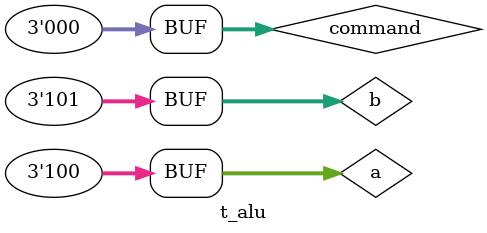
<source format=v>
module t_alu();
    reg [2:0] a;
    reg [2:0] b;
    reg [2:0] command;
    wire [2:0] sum;
    

    alu alu_instance(a, b, command, sum);

    
    initial begin 
        a = 4;
        b = 5;
        command = 3'b0;
    end

    initial
    begin
        $monitor("a:%d (%b)   b%d (%b)   command:%b   res:%d (%b)", a, a, b, b, command, sum, sum);

        #1

        command <= 3'b001;

        #1

        command <= 3'b010;

        #1

        command <= 3'b011;

        #1

        command <= 3'b100;

        #1

        command <= 3'b101;

        #1

        command <= 3'b110;

        #1

        command <= 3'b111;

        #1

        command <= 3'b000;
    end
    

endmodule

</source>
